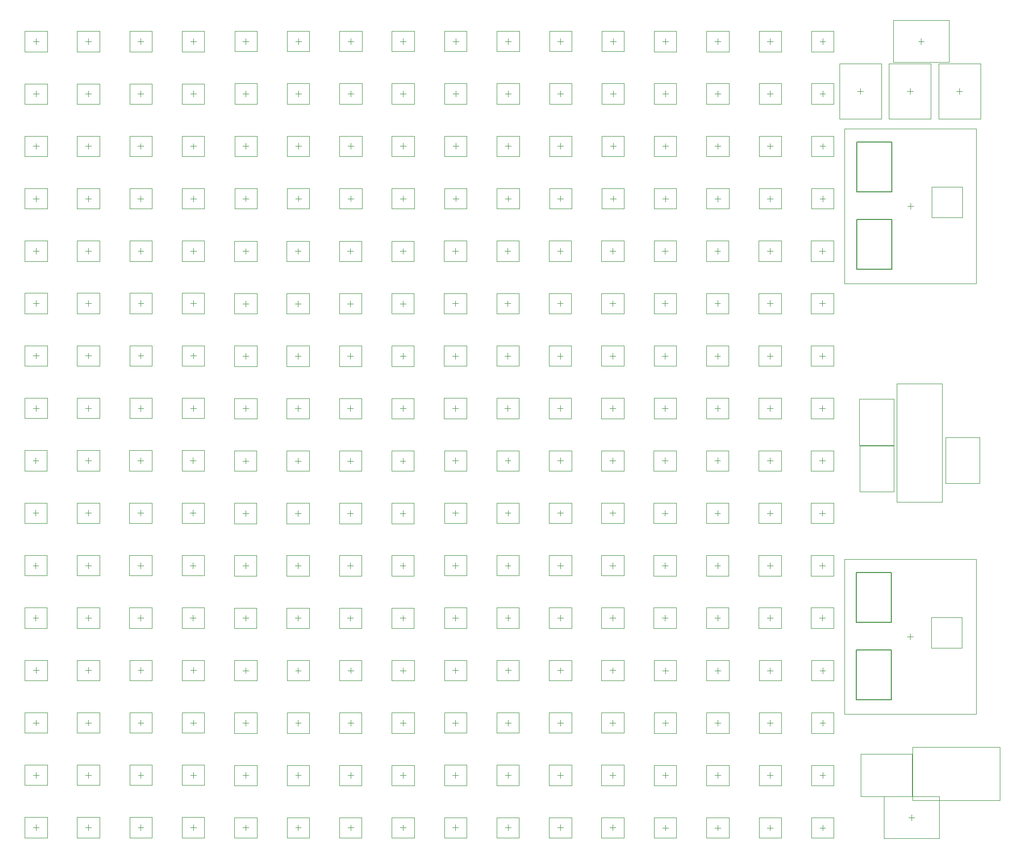
<source format=gbr>
G04*
G04 #@! TF.GenerationSoftware,Altium Limited,Altium Designer,25.0.2 (28)*
G04*
G04 Layer_Color=32768*
%FSLAX25Y25*%
%MOIN*%
G70*
G04*
G04 #@! TF.SameCoordinates,7C83500D-BFB9-469C-A41D-0C693C3E1856*
G04*
G04*
G04 #@! TF.FilePolarity,Positive*
G04*
G01*
G75*
%ADD12C,0.00394*%
%ADD15C,0.00787*%
%ADD103C,0.00197*%
D12*
X643801Y302802D02*
Y333905D01*
X620573Y333905D02*
X643801Y333905D01*
X620573Y302802D02*
Y333905D01*
Y302802D02*
X643801D01*
X643605Y334397D02*
Y365499D01*
X620376Y365499D02*
X643605Y365499D01*
X620376Y334397D02*
Y365499D01*
Y334397D02*
X643605D01*
X678546Y308511D02*
Y339613D01*
Y308511D02*
X701774D01*
Y339613D01*
X678546D02*
X701774D01*
X487299Y182022D02*
X491236D01*
X489268Y180054D02*
Y183991D01*
X487299Y146589D02*
X491236D01*
X489268Y144621D02*
Y148558D01*
X487299Y111156D02*
X491236D01*
X489268Y109188D02*
Y113125D01*
X487299Y75723D02*
X491236D01*
X489268Y73755D02*
Y77692D01*
X522733Y75723D02*
X526670D01*
X524701Y73755D02*
Y77692D01*
X522733Y146589D02*
X526670D01*
X524701Y144621D02*
Y148558D01*
X522733Y111156D02*
X526670D01*
X524701Y109188D02*
Y113125D01*
X593599Y75723D02*
X597536D01*
X595567Y73755D02*
Y77692D01*
X558166Y75723D02*
X562103D01*
X560134Y73755D02*
Y77692D01*
X558166Y111156D02*
X562103D01*
X560134Y109188D02*
Y113125D01*
X558166Y146589D02*
X562103D01*
X560134Y144621D02*
Y148558D01*
X558166Y182022D02*
X562103D01*
X560134Y180054D02*
Y183991D01*
X522733Y182022D02*
X526670D01*
X524701Y180054D02*
Y183991D01*
X593599Y146589D02*
X597536D01*
X595567Y144621D02*
Y148558D01*
X593599Y182022D02*
X597536D01*
X595567Y180054D02*
Y183991D01*
X593599Y111156D02*
X597536D01*
X595567Y109188D02*
Y113125D01*
X345515Y182082D02*
X349452D01*
X347483Y180114D02*
Y184051D01*
X345515Y146650D02*
X349452D01*
X347483Y144681D02*
Y148618D01*
X345515Y111216D02*
X349452D01*
X347483Y109248D02*
Y113185D01*
X345515Y75783D02*
X349452D01*
X347483Y73815D02*
Y77752D01*
X451814Y182082D02*
X455751D01*
X453782Y180114D02*
Y184051D01*
X451814Y75783D02*
X455751D01*
X453782Y73815D02*
Y77752D01*
X380948Y182082D02*
X384885D01*
X382916Y180114D02*
Y184051D01*
X416381Y146650D02*
X420318D01*
X418349Y144681D02*
Y148618D01*
X416381Y182082D02*
X420318D01*
X418349Y180114D02*
Y184051D01*
X380948Y146650D02*
X384885D01*
X382916Y144681D02*
Y148618D01*
X416381Y111216D02*
X420318D01*
X418349Y109248D02*
Y113185D01*
X416381Y75783D02*
X420318D01*
X418349Y73815D02*
Y77752D01*
X380948Y111216D02*
X384885D01*
X382916Y109248D02*
Y113185D01*
X380948Y75783D02*
X384885D01*
X382916Y73815D02*
Y77752D01*
X451814Y146650D02*
X455751D01*
X453782Y144681D02*
Y148618D01*
X451814Y111216D02*
X455751D01*
X453782Y109248D02*
Y113185D01*
X239219Y182050D02*
X243156D01*
X241188Y180082D02*
Y184019D01*
X203786Y182050D02*
X207723D01*
X205755Y180082D02*
Y184019D01*
X274652Y182050D02*
X278589D01*
X276621Y180082D02*
Y184019D01*
X274652Y146617D02*
X278589D01*
X276621Y144649D02*
Y148585D01*
X274652Y111184D02*
X278589D01*
X276621Y109215D02*
Y113152D01*
X310085Y111184D02*
X314022D01*
X312054Y109215D02*
Y113152D01*
X310085Y75751D02*
X314022D01*
X312054Y73782D02*
Y77719D01*
X274652Y75751D02*
X278589D01*
X276621Y73782D02*
Y77719D01*
X310085Y182050D02*
X314022D01*
X312054Y180082D02*
Y184019D01*
X310085Y146617D02*
X314022D01*
X312054Y144649D02*
Y148585D01*
X239219Y146617D02*
X243156D01*
X241188Y144649D02*
Y148585D01*
X239219Y75751D02*
X243156D01*
X241188Y73782D02*
Y77719D01*
X239219Y111184D02*
X243156D01*
X241188Y109215D02*
Y113152D01*
X203786Y75751D02*
X207723D01*
X205755Y73782D02*
Y77719D01*
X203786Y146617D02*
X207723D01*
X205755Y144649D02*
Y148585D01*
X203786Y111184D02*
X207723D01*
X205755Y109215D02*
Y113152D01*
X168327Y75870D02*
X172264D01*
X170295Y73902D02*
Y77839D01*
X168327Y146737D02*
X172264D01*
X170295Y144768D02*
Y148705D01*
X168327Y182170D02*
X172264D01*
X170295Y180201D02*
Y184138D01*
X168327Y111303D02*
X172264D01*
X170295Y109335D02*
Y113272D01*
X132894Y75870D02*
X136831D01*
X134862Y73902D02*
Y77839D01*
X132894Y111303D02*
X136831D01*
X134862Y109335D02*
Y113272D01*
X62027Y111303D02*
X65964D01*
X63996Y109335D02*
Y113272D01*
X97461Y182170D02*
X101398D01*
X99429Y180201D02*
Y184138D01*
X62027Y146737D02*
X65964D01*
X63996Y144768D02*
Y148705D01*
X97461Y146737D02*
X101398D01*
X99429Y144768D02*
Y148705D01*
X132894Y146737D02*
X136831D01*
X134862Y144768D02*
Y148705D01*
X132894Y182170D02*
X136831D01*
X134862Y180201D02*
Y184138D01*
X97461Y111303D02*
X101398D01*
X99429Y109335D02*
Y113272D01*
X97461Y75870D02*
X101398D01*
X99429Y73902D02*
Y77839D01*
X62027Y75870D02*
X65964D01*
X63996Y73902D02*
Y77839D01*
X62027Y182170D02*
X65964D01*
X63996Y180201D02*
Y184138D01*
X487150Y323821D02*
X491087D01*
X489118Y321852D02*
Y325789D01*
X487150Y288388D02*
X491087D01*
X489118Y286419D02*
Y290356D01*
X522583Y323821D02*
X526520D01*
X524551Y321852D02*
Y325789D01*
X522583Y288388D02*
X526520D01*
X524551Y286419D02*
Y290356D01*
X558016Y288388D02*
X561953D01*
X559984Y286419D02*
Y290356D01*
X558016Y323821D02*
X561953D01*
X559984Y321852D02*
Y325789D01*
X593449Y323821D02*
X597386D01*
X595417Y321852D02*
Y325789D01*
X593449Y288388D02*
X597386D01*
X595417Y286419D02*
Y290356D01*
X558016Y252955D02*
X561953D01*
X559984Y250986D02*
Y254923D01*
X522583Y252955D02*
X526520D01*
X524551Y250986D02*
Y254923D01*
X593449Y252955D02*
X597386D01*
X595417Y250986D02*
Y254923D01*
X593449Y217522D02*
X597386D01*
X595417Y215553D02*
Y219490D01*
X558016Y217522D02*
X561953D01*
X559984Y215553D02*
Y219490D01*
X522583Y217522D02*
X526520D01*
X524551Y215553D02*
Y219490D01*
X487150Y217522D02*
X491087D01*
X489118Y215553D02*
Y219490D01*
X487150Y252955D02*
X491087D01*
X489118Y250986D02*
Y254923D01*
X345493Y217546D02*
X349430D01*
X347462Y215577D02*
Y219514D01*
X345493Y252979D02*
X349430D01*
X347462Y251010D02*
Y254947D01*
X345493Y323845D02*
X349430D01*
X347462Y321876D02*
Y325813D01*
X345493Y288412D02*
X349430D01*
X347462Y286443D02*
Y290380D01*
X380926Y323845D02*
X384863D01*
X382895Y321876D02*
Y325813D01*
X380926Y288412D02*
X384863D01*
X382895Y286443D02*
Y290380D01*
X380926Y217546D02*
X384863D01*
X382895Y215577D02*
Y219514D01*
X380926Y252979D02*
X384863D01*
X382895Y251010D02*
Y254947D01*
X416359Y217546D02*
X420296D01*
X418328Y215577D02*
Y219514D01*
X416359Y323845D02*
X420296D01*
X418328Y321876D02*
Y325813D01*
X416359Y288412D02*
X420296D01*
X418328Y286443D02*
Y290380D01*
X416359Y252979D02*
X420296D01*
X418328Y251010D02*
Y254947D01*
X451792Y323845D02*
X455729D01*
X453761Y321876D02*
Y325813D01*
X451792Y288412D02*
X455729D01*
X453761Y286443D02*
Y290380D01*
X451792Y217546D02*
X455729D01*
X453761Y215577D02*
Y219514D01*
X451792Y252979D02*
X455729D01*
X453761Y251010D02*
Y254947D01*
X203638Y217429D02*
X207575D01*
X205606Y215461D02*
Y219398D01*
X203638Y288295D02*
X207575D01*
X205606Y286327D02*
Y290264D01*
X203638Y252862D02*
X207575D01*
X205606Y250894D02*
Y254831D01*
X203638Y323728D02*
X207575D01*
X205606Y321760D02*
Y325697D01*
X239071Y217429D02*
X243008D01*
X241039Y215461D02*
Y219398D01*
X239071Y252862D02*
X243008D01*
X241039Y250894D02*
Y254831D01*
X239071Y323728D02*
X243008D01*
X241039Y321760D02*
Y325697D01*
X239071Y288295D02*
X243008D01*
X241039Y286327D02*
Y290264D01*
X274504Y323728D02*
X278441D01*
X276472Y321760D02*
Y325697D01*
X274504Y288295D02*
X278441D01*
X276472Y286327D02*
Y290264D01*
X274504Y252862D02*
X278441D01*
X276472Y250894D02*
Y254831D01*
X274504Y217429D02*
X278441D01*
X276472Y215461D02*
Y219398D01*
X309937Y217429D02*
X313874D01*
X311906Y215461D02*
Y219398D01*
X309937Y288295D02*
X313874D01*
X311906Y286327D02*
Y290264D01*
X309937Y323728D02*
X313874D01*
X311906Y321760D02*
Y325697D01*
X309937Y252862D02*
X313874D01*
X311906Y250894D02*
Y254831D01*
X97335Y323898D02*
X101272D01*
X99303Y321930D02*
Y325867D01*
X97335Y288465D02*
X101272D01*
X99303Y286496D02*
Y290434D01*
X168201Y253032D02*
X172138D01*
X170169Y251063D02*
Y255000D01*
X168201Y217599D02*
X172138D01*
X170169Y215630D02*
Y219567D01*
X61902Y323898D02*
X65839D01*
X63870Y321930D02*
Y325867D01*
X61902Y288465D02*
X65839D01*
X63870Y286496D02*
Y290434D01*
X132768Y217599D02*
X136705D01*
X134737Y215630D02*
Y219567D01*
X132768Y253032D02*
X136705D01*
X134737Y251063D02*
Y255000D01*
X132768Y288465D02*
X136705D01*
X134737Y286496D02*
Y290434D01*
X168201Y288465D02*
X172138D01*
X170169Y286496D02*
Y290434D01*
X168201Y323898D02*
X172138D01*
X170169Y321930D02*
Y325867D01*
X132768Y323898D02*
X136705D01*
X134737Y321930D02*
Y325867D01*
X61902Y253032D02*
X65839D01*
X63870Y251063D02*
Y255000D01*
X97335Y217599D02*
X101272D01*
X99303Y215630D02*
Y219567D01*
X97335Y253032D02*
X101272D01*
X99303Y251063D02*
Y255000D01*
X61902Y217599D02*
X65839D01*
X63870Y215630D02*
Y219567D01*
X522605Y430122D02*
X526542D01*
X524573Y428154D02*
Y432091D01*
X487172Y430122D02*
X491109D01*
X489140Y428154D02*
Y432091D01*
X487172Y465555D02*
X491109D01*
X489140Y463587D02*
Y467524D01*
X558038Y430122D02*
X561975D01*
X560007Y428154D02*
Y432091D01*
X593471Y430122D02*
X597408D01*
X595439Y428154D02*
Y432091D01*
X593471Y394689D02*
X597408D01*
X595439Y392720D02*
Y396657D01*
X558038Y394689D02*
X561975D01*
X560007Y392720D02*
Y396657D01*
X558038Y359256D02*
X561975D01*
X560007Y357287D02*
Y361224D01*
X593471Y359256D02*
X597408D01*
X595439Y357287D02*
Y361224D01*
X522605Y465555D02*
X526542D01*
X524573Y463587D02*
Y467524D01*
X593471Y465555D02*
X597408D01*
X595439Y463587D02*
Y467524D01*
X558038Y465555D02*
X561975D01*
X560007Y463587D02*
Y467524D01*
X487172Y394689D02*
X491109D01*
X489140Y392720D02*
Y396657D01*
X522605Y359256D02*
X526542D01*
X524573Y357287D02*
Y361224D01*
X487172Y359256D02*
X491109D01*
X489140Y357287D02*
Y361224D01*
X522605Y394689D02*
X526542D01*
X524573Y392720D02*
Y396657D01*
X345390Y465537D02*
X349327D01*
X347359Y463568D02*
Y467505D01*
X380823Y465537D02*
X384760D01*
X382792Y463568D02*
Y467505D01*
X451689Y465537D02*
X455626D01*
X453658Y463568D02*
Y467505D01*
X416256Y394671D02*
X420193D01*
X418225Y392702D02*
Y396639D01*
X345390Y430104D02*
X349327D01*
X347359Y428135D02*
Y432072D01*
X380823Y394671D02*
X384760D01*
X382792Y392702D02*
Y396639D01*
X451689Y430104D02*
X455626D01*
X453658Y428135D02*
Y432072D01*
X451689Y394671D02*
X455626D01*
X453658Y392702D02*
Y396639D01*
X451689Y359238D02*
X455626D01*
X453658Y357269D02*
Y361206D01*
X416256Y359238D02*
X420193D01*
X418225Y357269D02*
Y361206D01*
X380823Y359238D02*
X384760D01*
X382792Y357269D02*
Y361206D01*
X416256Y430104D02*
X420193D01*
X418225Y428135D02*
Y432072D01*
X416256Y465537D02*
X420193D01*
X418225Y463568D02*
Y467505D01*
X380823Y430104D02*
X384760D01*
X382792Y428135D02*
Y432072D01*
X345390Y359238D02*
X349327D01*
X347359Y357269D02*
Y361206D01*
X345390Y394671D02*
X349327D01*
X347359Y392702D02*
Y396639D01*
X203675Y394548D02*
X207612D01*
X205643Y392579D02*
Y396516D01*
X203675Y465414D02*
X207612D01*
X205643Y463445D02*
Y467382D01*
X203675Y429981D02*
X207612D01*
X205643Y428012D02*
Y431949D01*
X203675Y359115D02*
X207612D01*
X205643Y357146D02*
Y361083D01*
X239108Y394548D02*
X243045D01*
X241076Y392579D02*
Y396516D01*
X239108Y465414D02*
X243045D01*
X241076Y463445D02*
Y467382D01*
X239108Y429981D02*
X243045D01*
X241076Y428012D02*
Y431949D01*
X309974Y465414D02*
X313911D01*
X311943Y463445D02*
Y467382D01*
X309974Y429981D02*
X313911D01*
X311943Y428012D02*
Y431949D01*
X274541Y465414D02*
X278478D01*
X276510Y463445D02*
Y467382D01*
X274541Y429981D02*
X278478D01*
X276510Y428012D02*
Y431949D01*
X274541Y394548D02*
X278478D01*
X276510Y392579D02*
Y396516D01*
X239108Y359115D02*
X243045D01*
X241076Y357146D02*
Y361083D01*
X274541Y359115D02*
X278478D01*
X276510Y357146D02*
Y361083D01*
X309974Y394548D02*
X313911D01*
X311943Y392579D02*
Y396516D01*
X309974Y359115D02*
X313911D01*
X311943Y357146D02*
Y361083D01*
X132897Y465630D02*
X136835D01*
X134866Y463662D02*
Y467599D01*
X132897Y430197D02*
X136835D01*
X134866Y428229D02*
Y432165D01*
X168331Y465630D02*
X172268D01*
X170299Y463662D02*
Y467599D01*
X168331Y430197D02*
X172268D01*
X170299Y428229D02*
Y432165D01*
X168331Y359331D02*
X172268D01*
X170299Y357362D02*
Y361299D01*
X168331Y394764D02*
X172268D01*
X170299Y392795D02*
Y396732D01*
X132897Y359331D02*
X136835D01*
X134866Y357362D02*
Y361299D01*
X132897Y394764D02*
X136835D01*
X134866Y392795D02*
Y396732D01*
X97464Y359331D02*
X101401D01*
X99433Y357362D02*
Y361299D01*
X97464Y394764D02*
X101401D01*
X99433Y392795D02*
Y396732D01*
X97464Y465630D02*
X101401D01*
X99433Y463662D02*
Y467599D01*
X97464Y430197D02*
X101401D01*
X99433Y428229D02*
Y432165D01*
X62031Y359331D02*
X65968D01*
X64000Y357362D02*
Y361299D01*
X62031Y465630D02*
X65968D01*
X64000Y463662D02*
Y467599D01*
X62031Y394764D02*
X65968D01*
X64000Y392795D02*
Y396732D01*
X62031Y430197D02*
X65968D01*
X64000Y428229D02*
Y432165D01*
X522728Y571851D02*
X526665D01*
X524697Y569882D02*
Y573819D01*
X558161Y607284D02*
X562098D01*
X560130Y605315D02*
Y609252D01*
X593594Y607284D02*
X597531D01*
X595563Y605315D02*
Y609252D01*
X487295Y571851D02*
X491232D01*
X489264Y569882D02*
Y573819D01*
X522728Y607284D02*
X526665D01*
X524697Y605315D02*
Y609252D01*
X487295Y607284D02*
X491232D01*
X489264Y605315D02*
Y609252D01*
X558161Y571851D02*
X562098D01*
X560130Y569882D02*
Y573819D01*
X593594Y571851D02*
X597531D01*
X595563Y569882D02*
Y573819D01*
X593594Y536418D02*
X597531D01*
X595563Y534449D02*
Y538386D01*
X558161Y536418D02*
X562098D01*
X560130Y534449D02*
Y538386D01*
X522728Y500985D02*
X526665D01*
X524697Y499016D02*
Y502953D01*
X522728Y536418D02*
X526665D01*
X524697Y534449D02*
Y538386D01*
X487295Y500985D02*
X491232D01*
X489264Y499016D02*
Y502953D01*
X487295Y536418D02*
X491232D01*
X489264Y534449D02*
Y538386D01*
X558161Y500985D02*
X562098D01*
X560130Y499016D02*
Y502953D01*
X593594Y500985D02*
X597531D01*
X595563Y499016D02*
Y502953D01*
X345660Y501061D02*
X349597D01*
X347629Y499093D02*
Y503030D01*
X416526Y607360D02*
X420463D01*
X418495Y605392D02*
Y609329D01*
X381093Y607360D02*
X385030D01*
X383062Y605392D02*
Y609329D01*
X451959Y536494D02*
X455896D01*
X453928Y534526D02*
Y538463D01*
X416526Y536494D02*
X420463D01*
X418495Y534526D02*
Y538463D01*
X451959Y501061D02*
X455896D01*
X453928Y499093D02*
Y503030D01*
X416526Y501061D02*
X420463D01*
X418495Y499093D02*
Y503030D01*
X381093Y501061D02*
X385030D01*
X383062Y499093D02*
Y503030D01*
X345660Y536494D02*
X349597D01*
X347629Y534526D02*
Y538463D01*
X345660Y607360D02*
X349597D01*
X347629Y605392D02*
Y609329D01*
X345660Y571927D02*
X349597D01*
X347629Y569959D02*
Y573896D01*
X451959Y607360D02*
X455896D01*
X453928Y605392D02*
Y609329D01*
X451959Y571927D02*
X455896D01*
X453928Y569959D02*
Y573896D01*
X416526Y571927D02*
X420463D01*
X418495Y569959D02*
Y573896D01*
X381093Y536494D02*
X385030D01*
X383062Y534526D02*
Y538463D01*
X381093Y571927D02*
X385030D01*
X383062Y569959D02*
Y573896D01*
X310152Y571920D02*
X314089D01*
X312121Y569951D02*
Y573888D01*
X274719Y501054D02*
X278656D01*
X276688Y499085D02*
Y503022D01*
X310152Y536487D02*
X314089D01*
X312121Y534518D02*
Y538455D01*
X310152Y501054D02*
X314089D01*
X312121Y499085D02*
Y503022D01*
X310152Y607353D02*
X314089D01*
X312121Y605384D02*
Y609321D01*
X274719Y536487D02*
X278656D01*
X276688Y534518D02*
Y538455D01*
X274719Y571920D02*
X278656D01*
X276688Y569951D02*
Y573888D01*
X274719Y607353D02*
X278656D01*
X276688Y605384D02*
Y609321D01*
X239286Y501054D02*
X243223D01*
X241255Y499085D02*
Y503022D01*
X239286Y536487D02*
X243223D01*
X241255Y534518D02*
Y538455D01*
X203853Y501054D02*
X207790D01*
X205821Y499085D02*
Y503022D01*
X239286Y607353D02*
X243223D01*
X241255Y605384D02*
Y609321D01*
X239286Y571920D02*
X243223D01*
X241255Y569951D02*
Y573888D01*
X203853Y571920D02*
X207790D01*
X205821Y569951D02*
Y573888D01*
X203853Y536487D02*
X207790D01*
X205821Y534518D02*
Y538455D01*
X203853Y607353D02*
X207790D01*
X205821Y605384D02*
Y609321D01*
X134843Y534449D02*
Y538386D01*
X132874Y536417D02*
X136811D01*
X63976Y605315D02*
Y609252D01*
X62008Y607283D02*
X65945D01*
X63976Y569882D02*
Y573819D01*
X62008Y571850D02*
X65945D01*
X168307D02*
X172244D01*
X170276Y569882D02*
Y573819D01*
X97441Y607283D02*
X101378D01*
X99410Y605315D02*
Y609252D01*
X97441Y571850D02*
X101378D01*
X99410Y569882D02*
Y573819D01*
X132874Y571850D02*
X136811D01*
X134843Y569882D02*
Y573819D01*
X168307Y607283D02*
X172244D01*
X170276Y605315D02*
Y609252D01*
X132874Y607283D02*
X136811D01*
X134843Y605315D02*
Y609252D01*
X97441Y500984D02*
X101378D01*
X99410Y499016D02*
Y502953D01*
X62008Y500984D02*
X65945D01*
X63976Y499016D02*
Y502953D01*
X97441Y536417D02*
X101378D01*
X99410Y534449D02*
Y538386D01*
X62008Y536417D02*
X65945D01*
X63976Y534449D02*
Y538386D01*
X168307Y536417D02*
X172244D01*
X170276Y534449D02*
Y538386D01*
X168307Y500984D02*
X172244D01*
X170276Y499016D02*
Y502953D01*
X132874Y500984D02*
X136811D01*
X134843Y499016D02*
Y502953D01*
D15*
X618725Y505446D02*
X642347D01*
Y539189D01*
X618725D02*
X642347D01*
X618725Y505446D02*
Y539189D01*
Y453281D02*
X642347D01*
Y487024D01*
X618725D02*
X642347D01*
X618725Y453281D02*
Y487024D01*
X618504Y162262D02*
X642126D01*
Y196005D01*
X618504D02*
X642126D01*
X618504Y162262D02*
Y196005D01*
Y214428D02*
X642126D01*
Y248171D01*
X618504D02*
X642126D01*
X618504Y214428D02*
Y248171D01*
D103*
X645730Y295760D02*
X676518D01*
Y375799D01*
X645730D02*
X676518D01*
X645730Y295760D02*
Y375799D01*
X656102Y125591D02*
X656102Y96850D01*
X621457Y125591D02*
X656102D01*
X621457Y96850D02*
Y125591D01*
Y96850D02*
X656102Y96850D01*
X699512Y443493D02*
Y548217D01*
X610535Y443493D02*
X699512D01*
X655024Y493886D02*
Y497823D01*
X653055Y495855D02*
X656992D01*
X610535Y443493D02*
Y548217D01*
X699512D01*
X652659Y573524D02*
X656596D01*
X654628Y571556D02*
Y575493D01*
X640454Y592225D02*
X668801Y592225D01*
X640454Y554823D02*
X640454Y592225D01*
X640454Y554823D02*
X668801Y554823D01*
Y592225D01*
X662205Y605315D02*
Y609252D01*
X660236Y607283D02*
X664173D01*
X680905Y621457D02*
X680905Y593110D01*
X643504Y621457D02*
X680905D01*
X643504Y593110D02*
X643504Y621457D01*
X643504Y593110D02*
X680905D01*
X619195Y573524D02*
X623132D01*
X621163Y571556D02*
Y575493D01*
X606990Y592225D02*
X635336Y592225D01*
X606990Y554823D02*
Y592225D01*
Y554823D02*
X635336Y554823D01*
X635336Y592225D02*
X635336Y554823D01*
X656302Y94114D02*
Y130295D01*
X715236D01*
Y94114D02*
Y130295D01*
X656302Y94114D02*
X715236D01*
X481689Y175133D02*
Y188912D01*
X496847Y175133D02*
Y188912D01*
X481689D02*
X496847D01*
X481689Y175133D02*
X496847D01*
X481689Y139700D02*
Y153479D01*
X496847Y139700D02*
Y153479D01*
X481689D02*
X496847D01*
X481689Y139700D02*
X496847D01*
X481689Y104267D02*
Y118046D01*
X496847Y104267D02*
Y118046D01*
X481689D02*
X496847D01*
X481689Y104267D02*
X496847D01*
X481689Y68833D02*
Y82613D01*
X496847Y68833D02*
Y82613D01*
X481689D02*
X496847D01*
X481689Y68833D02*
X496847D01*
X517122D02*
Y82613D01*
X532280Y68833D02*
Y82613D01*
X517122D02*
X532280D01*
X517122Y68833D02*
X532280D01*
X517122Y139700D02*
Y153479D01*
X532280Y139700D02*
Y153479D01*
X517122D02*
X532280D01*
X517122Y139700D02*
X532280D01*
X517122Y104267D02*
Y118046D01*
X532280Y104267D02*
Y118046D01*
X517122D02*
X532280D01*
X517122Y104267D02*
X532280D01*
X587989Y68833D02*
Y82613D01*
X603146Y68833D02*
Y82613D01*
X587989D02*
X603146D01*
X587989Y68833D02*
X603146D01*
X552555D02*
Y82613D01*
X567713Y68833D02*
Y82613D01*
X552555D02*
X567713D01*
X552555Y68833D02*
X567713D01*
X552555Y104267D02*
Y118046D01*
X567713Y104267D02*
Y118046D01*
X552555D02*
X567713D01*
X552555Y104267D02*
X567713D01*
X552555Y139700D02*
Y153479D01*
X567713Y139700D02*
Y153479D01*
X552555D02*
X567713D01*
X552555Y139700D02*
X567713D01*
X552555Y175133D02*
Y188912D01*
X567713Y175133D02*
Y188912D01*
X552555D02*
X567713D01*
X552555Y175133D02*
X567713D01*
X517122D02*
Y188912D01*
X532280Y175133D02*
Y188912D01*
X517122D02*
X532280D01*
X517122Y175133D02*
X532280D01*
X587989Y139700D02*
Y153479D01*
X603146Y139700D02*
Y153479D01*
X587989D02*
X603146D01*
X587989Y139700D02*
X603146D01*
X587989Y175133D02*
Y188912D01*
X603146Y175133D02*
Y188912D01*
X587989D02*
X603146D01*
X587989Y175133D02*
X603146D01*
X587989Y104267D02*
Y118046D01*
X603146Y104267D02*
Y118046D01*
X587989D02*
X603146D01*
X587989Y104267D02*
X603146D01*
X339904Y175193D02*
Y188972D01*
X355062Y175193D02*
Y188972D01*
X339904D02*
X355062D01*
X339904Y175193D02*
X355062D01*
X339904Y139760D02*
Y153539D01*
X355062Y139760D02*
Y153539D01*
X339904D02*
X355062D01*
X339904Y139760D02*
X355062D01*
X339904Y104327D02*
Y118106D01*
X355062Y104327D02*
Y118106D01*
X339904D02*
X355062D01*
X339904Y104327D02*
X355062D01*
X339904Y68894D02*
Y82673D01*
X355062Y68894D02*
Y82673D01*
X339904D02*
X355062D01*
X339904Y68894D02*
X355062D01*
X446204Y175193D02*
Y188972D01*
X461361Y175193D02*
Y188972D01*
X446204D02*
X461361D01*
X446204Y175193D02*
X461361D01*
X446204Y68894D02*
Y82673D01*
X461361Y68894D02*
Y82673D01*
X446204D02*
X461361D01*
X446204Y68894D02*
X461361D01*
X375338Y175193D02*
Y188972D01*
X390495Y175193D02*
Y188972D01*
X375338D02*
X390495D01*
X375338Y175193D02*
X390495D01*
X410771Y139760D02*
Y153539D01*
X425928Y139760D02*
Y153539D01*
X410771D02*
X425928D01*
X410771Y139760D02*
X425928D01*
X410771Y175193D02*
Y188972D01*
X425928Y175193D02*
Y188972D01*
X410771D02*
X425928D01*
X410771Y175193D02*
X425928D01*
X375338Y139760D02*
Y153539D01*
X390495Y139760D02*
Y153539D01*
X375338D02*
X390495D01*
X375338Y139760D02*
X390495D01*
X410771Y104327D02*
Y118106D01*
X425928Y104327D02*
Y118106D01*
X410771D02*
X425928D01*
X410771Y104327D02*
X425928D01*
X410771Y68894D02*
Y82673D01*
X425928Y68894D02*
Y82673D01*
X410771D02*
X425928D01*
X410771Y68894D02*
X425928D01*
X375338Y104327D02*
Y118106D01*
X390495Y104327D02*
Y118106D01*
X375338D02*
X390495D01*
X375338Y104327D02*
X390495D01*
X375338Y68894D02*
Y82673D01*
X390495Y68894D02*
Y82673D01*
X375338D02*
X390495D01*
X375338Y68894D02*
X390495D01*
X446204Y139760D02*
Y153539D01*
X461361Y139760D02*
Y153539D01*
X446204D02*
X461361D01*
X446204Y139760D02*
X461361D01*
X446204Y104327D02*
Y118106D01*
X461361Y104327D02*
Y118106D01*
X446204D02*
X461361D01*
X446204Y104327D02*
X461361D01*
X233609Y175160D02*
Y188940D01*
X248766Y175160D02*
Y188940D01*
X233609D02*
X248766D01*
X233609Y175160D02*
X248766D01*
X198176D02*
Y188940D01*
X213333Y175160D02*
Y188940D01*
X198176D02*
X213333D01*
X198176Y175160D02*
X213333D01*
X269042D02*
Y188940D01*
X284200Y175160D02*
Y188940D01*
X269042D02*
X284200D01*
X269042Y175160D02*
X284200D01*
X269042Y139727D02*
Y153507D01*
X284200Y139727D02*
Y153507D01*
X269042D02*
X284200D01*
X269042Y139727D02*
X284200D01*
X269042Y104294D02*
Y118074D01*
X284200Y104294D02*
Y118074D01*
X269042D02*
X284200D01*
X269042Y104294D02*
X284200D01*
X304475D02*
Y118074D01*
X319633Y104294D02*
Y118074D01*
X304475D02*
X319633D01*
X304475Y104294D02*
X319633D01*
X304475Y68861D02*
Y82641D01*
X319633Y68861D02*
Y82641D01*
X304475D02*
X319633D01*
X304475Y68861D02*
X319633D01*
X269042D02*
Y82641D01*
X284200Y68861D02*
Y82641D01*
X269042D02*
X284200D01*
X269042Y68861D02*
X284200D01*
X304475Y175160D02*
Y188940D01*
X319633Y175160D02*
Y188940D01*
X304475D02*
X319633D01*
X304475Y175160D02*
X319633D01*
X304475Y139727D02*
Y153507D01*
X319633Y139727D02*
Y153507D01*
X304475D02*
X319633D01*
X304475Y139727D02*
X319633D01*
X233609D02*
Y153507D01*
X248766Y139727D02*
Y153507D01*
X233609D02*
X248766D01*
X233609Y139727D02*
X248766D01*
X233609Y68861D02*
Y82641D01*
X248766Y68861D02*
Y82641D01*
X233609D02*
X248766D01*
X233609Y68861D02*
X248766D01*
X233609Y104294D02*
Y118074D01*
X248766Y104294D02*
Y118074D01*
X233609D02*
X248766D01*
X233609Y104294D02*
X248766D01*
X198176Y68861D02*
Y82641D01*
X213333Y68861D02*
Y82641D01*
X198176D02*
X213333D01*
X198176Y68861D02*
X213333D01*
X198176Y139727D02*
Y153507D01*
X213333Y139727D02*
Y153507D01*
X198176D02*
X213333D01*
X198176Y139727D02*
X213333D01*
X198176Y104294D02*
Y118074D01*
X213333Y104294D02*
Y118074D01*
X198176D02*
X213333D01*
X198176Y104294D02*
X213333D01*
X162716Y68981D02*
Y82760D01*
X177874Y68981D02*
Y82760D01*
X162716D02*
X177874D01*
X162716Y68981D02*
X177874D01*
X162716Y139847D02*
Y153626D01*
X177874Y139847D02*
Y153626D01*
X162716D02*
X177874D01*
X162716Y139847D02*
X177874D01*
X162716Y175280D02*
Y189059D01*
X177874Y175280D02*
Y189059D01*
X162716D02*
X177874D01*
X162716Y175280D02*
X177874D01*
X162716Y104414D02*
Y118193D01*
X177874Y104414D02*
Y118193D01*
X162716D02*
X177874D01*
X162716Y104414D02*
X177874D01*
X127283Y68981D02*
Y82760D01*
X142441Y68981D02*
Y82760D01*
X127283D02*
X142441D01*
X127283Y68981D02*
X142441D01*
X127283Y104414D02*
Y118193D01*
X142441Y104414D02*
Y118193D01*
X127283D02*
X142441D01*
X127283Y104414D02*
X142441D01*
X56417D02*
Y118193D01*
X71575Y104414D02*
Y118193D01*
X56417D02*
X71575D01*
X56417Y104414D02*
X71575D01*
X91850Y175280D02*
Y189059D01*
X107008Y175280D02*
Y189059D01*
X91850D02*
X107008D01*
X91850Y175280D02*
X107008D01*
X56417Y139847D02*
Y153626D01*
X71575Y139847D02*
Y153626D01*
X56417D02*
X71575D01*
X56417Y139847D02*
X71575D01*
X91850D02*
Y153626D01*
X107008Y139847D02*
Y153626D01*
X91850D02*
X107008D01*
X91850Y139847D02*
X107008D01*
X127283D02*
Y153626D01*
X142441Y139847D02*
Y153626D01*
X127283D02*
X142441D01*
X127283Y139847D02*
X142441D01*
X127283Y175280D02*
Y189059D01*
X142441Y175280D02*
Y189059D01*
X127283D02*
X142441D01*
X127283Y175280D02*
X142441D01*
X91850Y104414D02*
Y118193D01*
X107008Y104414D02*
Y118193D01*
X91850D02*
X107008D01*
X91850Y104414D02*
X107008D01*
X91850Y68981D02*
Y82760D01*
X107008Y68981D02*
Y82760D01*
X91850D02*
X107008D01*
X91850Y68981D02*
X107008D01*
X56417D02*
Y82760D01*
X71575Y68981D02*
Y82760D01*
X56417D02*
X71575D01*
X56417Y68981D02*
X71575D01*
X56417Y175280D02*
Y189059D01*
X71575Y175280D02*
Y189059D01*
X56417D02*
X71575D01*
X56417Y175280D02*
X71575D01*
X481539Y316931D02*
Y330711D01*
X496697Y316931D02*
Y330711D01*
X481539D02*
X496697D01*
X481539Y316931D02*
X496697D01*
X481539Y281498D02*
Y295278D01*
X496697Y281498D02*
Y295278D01*
X481539D02*
X496697D01*
X481539Y281498D02*
X496697D01*
X516972Y316931D02*
Y330711D01*
X532130Y316931D02*
Y330711D01*
X516972D02*
X532130D01*
X516972Y316931D02*
X532130D01*
X516972Y281498D02*
Y295278D01*
X532130Y281498D02*
Y295278D01*
X516972D02*
X532130D01*
X516972Y281498D02*
X532130D01*
X552406D02*
Y295278D01*
X567563Y281498D02*
Y295278D01*
X552406D02*
X567563D01*
X552406Y281498D02*
X567563D01*
X552406Y316931D02*
Y330711D01*
X567563Y316931D02*
Y330711D01*
X552406D02*
X567563D01*
X552406Y316931D02*
X567563D01*
X587839D02*
Y330711D01*
X602996Y316931D02*
Y330711D01*
X587839D02*
X602996D01*
X587839Y316931D02*
X602996D01*
X587839Y281498D02*
Y295278D01*
X602996Y281498D02*
Y295278D01*
X587839D02*
X602996D01*
X587839Y281498D02*
X602996D01*
X552406Y246065D02*
Y259845D01*
X567563Y246065D02*
Y259845D01*
X552406D02*
X567563D01*
X552406Y246065D02*
X567563D01*
X516972D02*
Y259845D01*
X532130Y246065D02*
Y259845D01*
X516972D02*
X532130D01*
X516972Y246065D02*
X532130D01*
X587839D02*
Y259845D01*
X602996Y246065D02*
Y259845D01*
X587839D02*
X602996D01*
X587839Y246065D02*
X602996D01*
X587839Y210632D02*
Y224412D01*
X602996Y210632D02*
Y224412D01*
X587839D02*
X602996D01*
X587839Y210632D02*
X602996D01*
X552406D02*
Y224412D01*
X567563Y210632D02*
Y224412D01*
X552406D02*
X567563D01*
X552406Y210632D02*
X567563D01*
X516972D02*
Y224412D01*
X532130Y210632D02*
Y224412D01*
X516972D02*
X532130D01*
X516972Y210632D02*
X532130D01*
X481539D02*
Y224412D01*
X496697Y210632D02*
Y224412D01*
X481539D02*
X496697D01*
X481539Y210632D02*
X496697D01*
X481539Y246065D02*
Y259845D01*
X496697Y246065D02*
Y259845D01*
X481539D02*
X496697D01*
X481539Y246065D02*
X496697D01*
X339883Y210656D02*
Y224435D01*
X355040Y210656D02*
Y224435D01*
X339883D02*
X355040D01*
X339883Y210656D02*
X355040D01*
X339883Y246089D02*
Y259869D01*
X355040Y246089D02*
Y259869D01*
X339883D02*
X355040D01*
X339883Y246089D02*
X355040D01*
X339883Y316955D02*
Y330735D01*
X355040Y316955D02*
Y330735D01*
X339883D02*
X355040D01*
X339883Y316955D02*
X355040D01*
X339883Y281522D02*
Y295302D01*
X355040Y281522D02*
Y295302D01*
X339883D02*
X355040D01*
X339883Y281522D02*
X355040D01*
X375316Y316955D02*
Y330735D01*
X390474Y316955D02*
Y330735D01*
X375316D02*
X390474D01*
X375316Y316955D02*
X390474D01*
X375316Y281522D02*
Y295302D01*
X390474Y281522D02*
Y295302D01*
X375316D02*
X390474D01*
X375316Y281522D02*
X390474D01*
X375316Y210656D02*
Y224435D01*
X390474Y210656D02*
Y224435D01*
X375316D02*
X390474D01*
X375316Y210656D02*
X390474D01*
X375316Y246089D02*
Y259869D01*
X390474Y246089D02*
Y259869D01*
X375316D02*
X390474D01*
X375316Y246089D02*
X390474D01*
X410749Y210656D02*
Y224435D01*
X425907Y210656D02*
Y224435D01*
X410749D02*
X425907D01*
X410749Y210656D02*
X425907D01*
X410749Y316955D02*
Y330735D01*
X425907Y316955D02*
Y330735D01*
X410749D02*
X425907D01*
X410749Y316955D02*
X425907D01*
X410749Y281522D02*
Y295302D01*
X425907Y281522D02*
Y295302D01*
X410749D02*
X425907D01*
X410749Y281522D02*
X425907D01*
X410749Y246089D02*
Y259869D01*
X425907Y246089D02*
Y259869D01*
X410749D02*
X425907D01*
X410749Y246089D02*
X425907D01*
X446182Y316955D02*
Y330735D01*
X461340Y316955D02*
Y330735D01*
X446182D02*
X461340D01*
X446182Y316955D02*
X461340D01*
X446182Y281522D02*
Y295302D01*
X461340Y281522D02*
Y295302D01*
X446182D02*
X461340D01*
X446182Y281522D02*
X461340D01*
X446182Y210656D02*
Y224435D01*
X461340Y210656D02*
Y224435D01*
X446182D02*
X461340D01*
X446182Y210656D02*
X461340D01*
X446182Y246089D02*
Y259869D01*
X461340Y246089D02*
Y259869D01*
X446182D02*
X461340D01*
X446182Y246089D02*
X461340D01*
X198028Y210540D02*
Y224319D01*
X213185Y210540D02*
Y224319D01*
X198028D02*
X213185D01*
X198028Y210540D02*
X213185D01*
X198028Y281406D02*
Y295185D01*
X213185Y281406D02*
Y295185D01*
X198028D02*
X213185D01*
X198028Y281406D02*
X213185D01*
X198028Y245973D02*
Y259752D01*
X213185Y245973D02*
Y259752D01*
X198028D02*
X213185D01*
X198028Y245973D02*
X213185D01*
X198028Y316839D02*
Y330618D01*
X213185Y316839D02*
Y330618D01*
X198028D02*
X213185D01*
X198028Y316839D02*
X213185D01*
X233461Y210540D02*
Y224319D01*
X248618Y210540D02*
Y224319D01*
X233461D02*
X248618D01*
X233461Y210540D02*
X248618D01*
X233461Y245973D02*
Y259752D01*
X248618Y245973D02*
Y259752D01*
X233461D02*
X248618D01*
X233461Y245973D02*
X248618D01*
X233461Y316839D02*
Y330618D01*
X248618Y316839D02*
Y330618D01*
X233461D02*
X248618D01*
X233461Y316839D02*
X248618D01*
X233461Y281406D02*
Y295185D01*
X248618Y281406D02*
Y295185D01*
X233461D02*
X248618D01*
X233461Y281406D02*
X248618D01*
X268894Y316839D02*
Y330618D01*
X284051Y316839D02*
Y330618D01*
X268894D02*
X284051D01*
X268894Y316839D02*
X284051D01*
X268894Y281406D02*
Y295185D01*
X284051Y281406D02*
Y295185D01*
X268894D02*
X284051D01*
X268894Y281406D02*
X284051D01*
X268894Y245973D02*
Y259752D01*
X284051Y245973D02*
Y259752D01*
X268894D02*
X284051D01*
X268894Y245973D02*
X284051D01*
X268894Y210540D02*
Y224319D01*
X284051Y210540D02*
Y224319D01*
X268894D02*
X284051D01*
X268894Y210540D02*
X284051D01*
X304327D02*
Y224319D01*
X319484Y210540D02*
Y224319D01*
X304327D02*
X319484D01*
X304327Y210540D02*
X319484D01*
X304327Y281406D02*
Y295185D01*
X319484Y281406D02*
Y295185D01*
X304327D02*
X319484D01*
X304327Y281406D02*
X319484D01*
X304327Y316839D02*
Y330618D01*
X319484Y316839D02*
Y330618D01*
X304327D02*
X319484D01*
X304327Y316839D02*
X319484D01*
X304327Y245973D02*
Y259752D01*
X319484Y245973D02*
Y259752D01*
X304327D02*
X319484D01*
X304327Y245973D02*
X319484D01*
X91725Y317008D02*
Y330788D01*
X106882Y317008D02*
Y330788D01*
X91725D02*
X106882D01*
X91725Y317008D02*
X106882D01*
X91725Y281575D02*
Y295355D01*
X106882Y281575D02*
Y295355D01*
X91725D02*
X106882D01*
X91725Y281575D02*
X106882D01*
X162591Y246142D02*
Y259922D01*
X177748Y246142D02*
Y259922D01*
X162591D02*
X177748D01*
X162591Y246142D02*
X177748D01*
X162591Y210709D02*
Y224489D01*
X177748Y210709D02*
Y224489D01*
X162591D02*
X177748D01*
X162591Y210709D02*
X177748D01*
X56292Y317008D02*
Y330788D01*
X71449Y317008D02*
Y330788D01*
X56292D02*
X71449D01*
X56292Y317008D02*
X71449D01*
X56292Y281575D02*
Y295355D01*
X71449Y281575D02*
Y295355D01*
X56292D02*
X71449D01*
X56292Y281575D02*
X71449D01*
X127158Y210709D02*
Y224489D01*
X142315Y210709D02*
Y224489D01*
X127158D02*
X142315D01*
X127158Y210709D02*
X142315D01*
X127158Y246142D02*
Y259922D01*
X142315Y246142D02*
Y259922D01*
X127158D02*
X142315D01*
X127158Y246142D02*
X142315D01*
X127158Y281575D02*
Y295355D01*
X142315Y281575D02*
Y295355D01*
X127158D02*
X142315D01*
X127158Y281575D02*
X142315D01*
X162591D02*
Y295355D01*
X177748Y281575D02*
Y295355D01*
X162591D02*
X177748D01*
X162591Y281575D02*
X177748D01*
X162591Y317008D02*
Y330788D01*
X177748Y317008D02*
Y330788D01*
X162591D02*
X177748D01*
X162591Y317008D02*
X177748D01*
X127158D02*
Y330788D01*
X142315Y317008D02*
Y330788D01*
X127158D02*
X142315D01*
X127158Y317008D02*
X142315D01*
X56292Y246142D02*
Y259922D01*
X71449Y246142D02*
Y259922D01*
X56292D02*
X71449D01*
X56292Y246142D02*
X71449D01*
X91725Y210709D02*
Y224489D01*
X106882Y210709D02*
Y224489D01*
X91725D02*
X106882D01*
X91725Y210709D02*
X106882D01*
X91725Y246142D02*
Y259922D01*
X106882Y246142D02*
Y259922D01*
X91725D02*
X106882D01*
X91725Y246142D02*
X106882D01*
X56292Y210709D02*
Y224489D01*
X71449Y210709D02*
Y224489D01*
X56292D02*
X71449D01*
X56292Y210709D02*
X71449D01*
X516995Y423232D02*
Y437012D01*
X532152Y423232D02*
Y437012D01*
X516995D02*
X532152D01*
X516995Y423232D02*
X532152D01*
X481562D02*
Y437012D01*
X496719Y423232D02*
Y437012D01*
X481562D02*
X496719D01*
X481562Y423232D02*
X496719D01*
X481562Y458665D02*
Y472445D01*
X496719Y458665D02*
Y472445D01*
X481562D02*
X496719D01*
X481562Y458665D02*
X496719D01*
X552428Y423232D02*
Y437012D01*
X567585Y423232D02*
Y437012D01*
X552428D02*
X567585D01*
X552428Y423232D02*
X567585D01*
X587861D02*
Y437012D01*
X603018Y423232D02*
Y437012D01*
X587861D02*
X603018D01*
X587861Y423232D02*
X603018D01*
X587861Y387799D02*
Y401579D01*
X603018Y387799D02*
Y401579D01*
X587861D02*
X603018D01*
X587861Y387799D02*
X603018D01*
X552428D02*
Y401579D01*
X567585Y387799D02*
Y401579D01*
X552428D02*
X567585D01*
X552428Y387799D02*
X567585D01*
X552428Y352366D02*
Y366146D01*
X567585Y352366D02*
Y366146D01*
X552428D02*
X567585D01*
X552428Y352366D02*
X567585D01*
X587861D02*
Y366146D01*
X603018Y352366D02*
Y366146D01*
X587861D02*
X603018D01*
X587861Y352366D02*
X603018D01*
X516995Y458665D02*
Y472445D01*
X532152Y458665D02*
Y472445D01*
X516995D02*
X532152D01*
X516995Y458665D02*
X532152D01*
X587861D02*
Y472445D01*
X603018Y458665D02*
Y472445D01*
X587861D02*
X603018D01*
X587861Y458665D02*
X603018D01*
X552428D02*
Y472445D01*
X567585Y458665D02*
Y472445D01*
X552428D02*
X567585D01*
X552428Y458665D02*
X567585D01*
X481562Y387799D02*
Y401579D01*
X496719Y387799D02*
Y401579D01*
X481562D02*
X496719D01*
X481562Y387799D02*
X496719D01*
X516995Y352366D02*
Y366146D01*
X532152Y352366D02*
Y366146D01*
X516995D02*
X532152D01*
X516995Y352366D02*
X532152D01*
X481562D02*
Y366146D01*
X496719Y352366D02*
Y366146D01*
X481562D02*
X496719D01*
X481562Y352366D02*
X496719D01*
X516995Y387799D02*
Y401579D01*
X532152Y387799D02*
Y401579D01*
X516995D02*
X532152D01*
X516995Y387799D02*
X532152D01*
X339780Y458647D02*
Y472427D01*
X354937Y458647D02*
Y472427D01*
X339780D02*
X354937D01*
X339780Y458647D02*
X354937D01*
X375213D02*
Y472427D01*
X390370Y458647D02*
Y472427D01*
X375213D02*
X390370D01*
X375213Y458647D02*
X390370D01*
X446079D02*
Y472427D01*
X461237Y458647D02*
Y472427D01*
X446079D02*
X461237D01*
X446079Y458647D02*
X461237D01*
X410646Y387781D02*
Y401560D01*
X425804Y387781D02*
Y401560D01*
X410646D02*
X425804D01*
X410646Y387781D02*
X425804D01*
X339780Y423214D02*
Y436994D01*
X354937Y423214D02*
Y436994D01*
X339780D02*
X354937D01*
X339780Y423214D02*
X354937D01*
X375213Y387781D02*
Y401560D01*
X390370Y387781D02*
Y401560D01*
X375213D02*
X390370D01*
X375213Y387781D02*
X390370D01*
X446079Y423214D02*
Y436994D01*
X461237Y423214D02*
Y436994D01*
X446079D02*
X461237D01*
X446079Y423214D02*
X461237D01*
X446079Y387781D02*
Y401560D01*
X461237Y387781D02*
Y401560D01*
X446079D02*
X461237D01*
X446079Y387781D02*
X461237D01*
X446079Y352348D02*
Y366127D01*
X461237Y352348D02*
Y366127D01*
X446079D02*
X461237D01*
X446079Y352348D02*
X461237D01*
X410646D02*
Y366127D01*
X425804Y352348D02*
Y366127D01*
X410646D02*
X425804D01*
X410646Y352348D02*
X425804D01*
X375213D02*
Y366127D01*
X390370Y352348D02*
Y366127D01*
X375213D02*
X390370D01*
X375213Y352348D02*
X390370D01*
X410646Y423214D02*
Y436994D01*
X425804Y423214D02*
Y436994D01*
X410646D02*
X425804D01*
X410646Y423214D02*
X425804D01*
X410646Y458647D02*
Y472427D01*
X425804Y458647D02*
Y472427D01*
X410646D02*
X425804D01*
X410646Y458647D02*
X425804D01*
X375213Y423214D02*
Y436994D01*
X390370Y423214D02*
Y436994D01*
X375213D02*
X390370D01*
X375213Y423214D02*
X390370D01*
X339780Y352348D02*
Y366127D01*
X354937Y352348D02*
Y366127D01*
X339780D02*
X354937D01*
X339780Y352348D02*
X354937D01*
X339780Y387781D02*
Y401560D01*
X354937Y387781D02*
Y401560D01*
X339780D02*
X354937D01*
X339780Y387781D02*
X354937D01*
X198065Y387658D02*
Y401437D01*
X213222Y387658D02*
Y401437D01*
X198065D02*
X213222D01*
X198065Y387658D02*
X213222D01*
X198065Y458524D02*
Y472304D01*
X213222Y458524D02*
Y472304D01*
X198065D02*
X213222D01*
X198065Y458524D02*
X213222D01*
X198065Y423091D02*
Y436870D01*
X213222Y423091D02*
Y436870D01*
X198065D02*
X213222D01*
X198065Y423091D02*
X213222D01*
X198065Y352225D02*
Y366004D01*
X213222Y352225D02*
Y366004D01*
X198065D02*
X213222D01*
X198065Y352225D02*
X213222D01*
X233498Y387658D02*
Y401437D01*
X248655Y387658D02*
Y401437D01*
X233498D02*
X248655D01*
X233498Y387658D02*
X248655D01*
X233498Y458524D02*
Y472304D01*
X248655Y458524D02*
Y472304D01*
X233498D02*
X248655D01*
X233498Y458524D02*
X248655D01*
X233498Y423091D02*
Y436870D01*
X248655Y423091D02*
Y436870D01*
X233498D02*
X248655D01*
X233498Y423091D02*
X248655D01*
X304364Y458524D02*
Y472304D01*
X319521Y458524D02*
Y472304D01*
X304364D02*
X319521D01*
X304364Y458524D02*
X319521D01*
X304364Y423091D02*
Y436870D01*
X319521Y423091D02*
Y436870D01*
X304364D02*
X319521D01*
X304364Y423091D02*
X319521D01*
X268931Y458524D02*
Y472304D01*
X284088Y458524D02*
Y472304D01*
X268931D02*
X284088D01*
X268931Y458524D02*
X284088D01*
X268931Y423091D02*
Y436870D01*
X284088Y423091D02*
Y436870D01*
X268931D02*
X284088D01*
X268931Y423091D02*
X284088D01*
X268931Y387658D02*
Y401437D01*
X284088Y387658D02*
Y401437D01*
X268931D02*
X284088D01*
X268931Y387658D02*
X284088D01*
X233498Y352225D02*
Y366004D01*
X248655Y352225D02*
Y366004D01*
X233498D02*
X248655D01*
X233498Y352225D02*
X248655D01*
X268931D02*
Y366004D01*
X284088Y352225D02*
Y366004D01*
X268931D02*
X284088D01*
X268931Y352225D02*
X284088D01*
X304364Y387658D02*
Y401437D01*
X319521Y387658D02*
Y401437D01*
X304364D02*
X319521D01*
X304364Y387658D02*
X319521D01*
X304364Y352225D02*
Y366004D01*
X319521Y352225D02*
Y366004D01*
X304364D02*
X319521D01*
X304364Y352225D02*
X319521D01*
X127287Y458740D02*
Y472520D01*
X142445Y458740D02*
Y472520D01*
X127287D02*
X142445D01*
X127287Y458740D02*
X142445D01*
X127287Y423307D02*
Y437087D01*
X142445Y423307D02*
Y437087D01*
X127287D02*
X142445D01*
X127287Y423307D02*
X142445D01*
X162720Y458740D02*
Y472520D01*
X177878Y458740D02*
Y472520D01*
X162720D02*
X177878D01*
X162720Y458740D02*
X177878D01*
X162720Y423307D02*
Y437087D01*
X177878Y423307D02*
Y437087D01*
X162720D02*
X177878D01*
X162720Y423307D02*
X177878D01*
X162720Y352441D02*
Y366221D01*
X177878Y352441D02*
Y366221D01*
X162720D02*
X177878D01*
X162720Y352441D02*
X177878D01*
X162720Y387874D02*
Y401654D01*
X177878Y387874D02*
Y401654D01*
X162720D02*
X177878D01*
X162720Y387874D02*
X177878D01*
X127287Y352441D02*
Y366221D01*
X142445Y352441D02*
Y366221D01*
X127287D02*
X142445D01*
X127287Y352441D02*
X142445D01*
X127287Y387874D02*
Y401654D01*
X142445Y387874D02*
Y401654D01*
X127287D02*
X142445D01*
X127287Y387874D02*
X142445D01*
X91854Y352441D02*
Y366221D01*
X107012Y352441D02*
Y366221D01*
X91854D02*
X107012D01*
X91854Y352441D02*
X107012D01*
X91854Y387874D02*
Y401654D01*
X107012Y387874D02*
Y401654D01*
X91854D02*
X107012D01*
X91854Y387874D02*
X107012D01*
X91854Y458740D02*
Y472520D01*
X107012Y458740D02*
Y472520D01*
X91854D02*
X107012D01*
X91854Y458740D02*
X107012D01*
X91854Y423307D02*
Y437087D01*
X107012Y423307D02*
Y437087D01*
X91854D02*
X107012D01*
X91854Y423307D02*
X107012D01*
X56421Y352441D02*
Y366221D01*
X71579Y352441D02*
Y366221D01*
X56421D02*
X71579D01*
X56421Y352441D02*
X71579D01*
X56421Y458740D02*
Y472520D01*
X71579Y458740D02*
Y472520D01*
X56421D02*
X71579D01*
X56421Y458740D02*
X71579D01*
X56421Y387874D02*
Y401654D01*
X71579Y387874D02*
Y401654D01*
X56421D02*
X71579D01*
X56421Y387874D02*
X71579D01*
X56421Y423307D02*
Y437087D01*
X71579Y423307D02*
Y437087D01*
X56421D02*
X71579D01*
X56421Y423307D02*
X71579D01*
X517118Y564961D02*
Y578741D01*
X532275Y564961D02*
Y578741D01*
X517118D02*
X532275D01*
X517118Y564961D02*
X532275D01*
X552551Y600394D02*
Y614174D01*
X567709Y600394D02*
Y614174D01*
X552551D02*
X567709D01*
X552551Y600394D02*
X567709D01*
X587984D02*
Y614174D01*
X603142Y600394D02*
Y614174D01*
X587984D02*
X603142D01*
X587984Y600394D02*
X603142D01*
X481685Y564961D02*
Y578741D01*
X496842Y564961D02*
Y578741D01*
X481685D02*
X496842D01*
X481685Y564961D02*
X496842D01*
X517118Y600394D02*
Y614174D01*
X532275Y600394D02*
Y614174D01*
X517118D02*
X532275D01*
X517118Y600394D02*
X532275D01*
X481685D02*
Y614174D01*
X496842Y600394D02*
Y614174D01*
X481685D02*
X496842D01*
X481685Y600394D02*
X496842D01*
X552551Y564961D02*
Y578741D01*
X567709Y564961D02*
Y578741D01*
X552551D02*
X567709D01*
X552551Y564961D02*
X567709D01*
X587984D02*
Y578741D01*
X603142Y564961D02*
Y578741D01*
X587984D02*
X603142D01*
X587984Y564961D02*
X603142D01*
X587984Y529528D02*
Y543307D01*
X603142Y529528D02*
Y543307D01*
X587984D02*
X603142D01*
X587984Y529528D02*
X603142D01*
X552551D02*
Y543307D01*
X567709Y529528D02*
Y543307D01*
X552551D02*
X567709D01*
X552551Y529528D02*
X567709D01*
X517118Y494095D02*
Y507874D01*
X532275Y494095D02*
Y507874D01*
X517118D02*
X532275D01*
X517118Y494095D02*
X532275D01*
X517118Y529528D02*
Y543307D01*
X532275Y529528D02*
Y543307D01*
X517118D02*
X532275D01*
X517118Y529528D02*
X532275D01*
X481685Y494095D02*
Y507874D01*
X496842Y494095D02*
Y507874D01*
X481685D02*
X496842D01*
X481685Y494095D02*
X496842D01*
X481685Y529528D02*
Y543307D01*
X496842Y529528D02*
Y543307D01*
X481685D02*
X496842D01*
X481685Y529528D02*
X496842D01*
X552551Y494095D02*
Y507874D01*
X567709Y494095D02*
Y507874D01*
X552551D02*
X567709D01*
X552551Y494095D02*
X567709D01*
X587984D02*
Y507874D01*
X603142Y494095D02*
Y507874D01*
X587984D02*
X603142D01*
X587984Y494095D02*
X603142D01*
X340050Y494171D02*
Y507951D01*
X355207Y494171D02*
Y507951D01*
X340050D02*
X355207D01*
X340050Y494171D02*
X355207D01*
X410916Y600470D02*
Y614250D01*
X426074Y600470D02*
Y614250D01*
X410916D02*
X426074D01*
X410916Y600470D02*
X426074D01*
X375483D02*
Y614250D01*
X390640Y600470D02*
Y614250D01*
X375483D02*
X390640D01*
X375483Y600470D02*
X390640D01*
X446349Y529604D02*
Y543384D01*
X461507Y529604D02*
Y543384D01*
X446349D02*
X461507D01*
X446349Y529604D02*
X461507D01*
X410916D02*
Y543384D01*
X426074Y529604D02*
Y543384D01*
X410916D02*
X426074D01*
X410916Y529604D02*
X426074D01*
X446349Y494171D02*
Y507951D01*
X461507Y494171D02*
Y507951D01*
X446349D02*
X461507D01*
X446349Y494171D02*
X461507D01*
X410916D02*
Y507951D01*
X426074Y494171D02*
Y507951D01*
X410916D02*
X426074D01*
X410916Y494171D02*
X426074D01*
X375483D02*
Y507951D01*
X390640Y494171D02*
Y507951D01*
X375483D02*
X390640D01*
X375483Y494171D02*
X390640D01*
X340050Y529604D02*
Y543384D01*
X355207Y529604D02*
Y543384D01*
X340050D02*
X355207D01*
X340050Y529604D02*
X355207D01*
X340050Y600470D02*
Y614250D01*
X355207Y600470D02*
Y614250D01*
X340050D02*
X355207D01*
X340050Y600470D02*
X355207D01*
X340050Y565037D02*
Y578817D01*
X355207Y565037D02*
Y578817D01*
X340050D02*
X355207D01*
X340050Y565037D02*
X355207D01*
X446349Y600470D02*
Y614250D01*
X461507Y600470D02*
Y614250D01*
X446349D02*
X461507D01*
X446349Y600470D02*
X461507D01*
X446349Y565037D02*
Y578817D01*
X461507Y565037D02*
Y578817D01*
X446349D02*
X461507D01*
X446349Y565037D02*
X461507D01*
X410916D02*
Y578817D01*
X426074Y565037D02*
Y578817D01*
X410916D02*
X426074D01*
X410916Y565037D02*
X426074D01*
X375483Y529604D02*
Y543384D01*
X390640Y529604D02*
Y543384D01*
X375483D02*
X390640D01*
X375483Y529604D02*
X390640D01*
X375483Y565037D02*
Y578817D01*
X390640Y565037D02*
Y578817D01*
X375483D02*
X390640D01*
X375483Y565037D02*
X390640D01*
X304542Y565030D02*
Y578810D01*
X319700Y565030D02*
Y578810D01*
X304542D02*
X319700D01*
X304542Y565030D02*
X319700D01*
X269109Y494164D02*
Y507943D01*
X284266Y494164D02*
Y507943D01*
X269109D02*
X284266D01*
X269109Y494164D02*
X284266D01*
X304542Y529597D02*
Y543376D01*
X319700Y529597D02*
Y543376D01*
X304542D02*
X319700D01*
X304542Y529597D02*
X319700D01*
X304542Y494164D02*
Y507943D01*
X319700Y494164D02*
Y507943D01*
X304542D02*
X319700D01*
X304542Y494164D02*
X319700D01*
X304542Y600463D02*
Y614243D01*
X319700Y600463D02*
Y614243D01*
X304542D02*
X319700D01*
X304542Y600463D02*
X319700D01*
X269109Y529597D02*
Y543376D01*
X284266Y529597D02*
Y543376D01*
X269109D02*
X284266D01*
X269109Y529597D02*
X284266D01*
X269109Y565030D02*
Y578810D01*
X284266Y565030D02*
Y578810D01*
X269109D02*
X284266D01*
X269109Y565030D02*
X284266D01*
X269109Y600463D02*
Y614243D01*
X284266Y600463D02*
Y614243D01*
X269109D02*
X284266D01*
X269109Y600463D02*
X284266D01*
X233676Y494164D02*
Y507943D01*
X248833Y494164D02*
Y507943D01*
X233676D02*
X248833D01*
X233676Y494164D02*
X248833D01*
X233676Y529597D02*
Y543376D01*
X248833Y529597D02*
Y543376D01*
X233676D02*
X248833D01*
X233676Y529597D02*
X248833D01*
X198243Y494164D02*
Y507943D01*
X213400Y494164D02*
Y507943D01*
X198243D02*
X213400D01*
X198243Y494164D02*
X213400D01*
X233676Y600463D02*
Y614243D01*
X248833Y600463D02*
Y614243D01*
X233676D02*
X248833D01*
X233676Y600463D02*
X248833D01*
X233676Y565030D02*
Y578810D01*
X248833Y565030D02*
Y578810D01*
X233676D02*
X248833D01*
X233676Y565030D02*
X248833D01*
X198243D02*
Y578810D01*
X213400Y565030D02*
Y578810D01*
X198243D02*
X213400D01*
X198243Y565030D02*
X213400D01*
X198243Y529597D02*
Y543376D01*
X213400Y529597D02*
Y543376D01*
X198243D02*
X213400D01*
X198243Y529597D02*
X213400D01*
X198243Y600463D02*
Y614243D01*
X213400Y600463D02*
Y614243D01*
X198243D02*
X213400D01*
X198243Y600463D02*
X213400D01*
X127264Y529528D02*
X142421D01*
X127264Y543307D02*
X142421D01*
Y529528D02*
Y543307D01*
X127264Y529528D02*
Y543307D01*
X56398Y600394D02*
X71555D01*
X56398Y614173D02*
X71555D01*
Y600394D02*
Y614173D01*
X56398Y600394D02*
Y614173D01*
Y564961D02*
X71555D01*
X56398Y578740D02*
X71555D01*
Y564961D02*
Y578740D01*
X56398Y564961D02*
Y578740D01*
X655709Y80709D02*
Y84646D01*
X653740Y82677D02*
X657677D01*
X674409Y96850D02*
X674409Y68504D01*
X637008Y96850D02*
X674409D01*
X637008D02*
X637008Y68504D01*
X674409Y68504D01*
X699213Y152461D02*
Y257185D01*
X610236Y152461D02*
X699213D01*
X654724Y202854D02*
Y206791D01*
X652756Y204823D02*
X656693D01*
X610236Y152461D02*
Y257185D01*
X699213D01*
X690083Y488361D02*
Y509030D01*
X669414Y488361D02*
X690083D01*
X669414D02*
Y509030D01*
X690083D01*
X689862Y197343D02*
Y218012D01*
X669193Y197343D02*
X689862D01*
X669193D02*
Y218012D01*
X689862D01*
X162697Y564961D02*
Y578740D01*
X177854Y564961D02*
Y578740D01*
X162697D02*
X177854D01*
X162697Y564961D02*
X177854D01*
X91831Y600394D02*
Y614173D01*
X106988Y600394D02*
Y614173D01*
X91831D02*
X106988D01*
X91831Y600394D02*
X106988D01*
X91831Y564961D02*
Y578740D01*
X106988Y564961D02*
Y578740D01*
X91831D02*
X106988D01*
X91831Y564961D02*
X106988D01*
X127264D02*
Y578740D01*
X142421Y564961D02*
Y578740D01*
X127264D02*
X142421D01*
X127264Y564961D02*
X142421D01*
X162697Y600394D02*
Y614173D01*
X177854Y600394D02*
Y614173D01*
X162697D02*
X177854D01*
X162697Y600394D02*
X177854D01*
X127264D02*
Y614173D01*
X142421Y600394D02*
Y614173D01*
X127264D02*
X142421D01*
X127264Y600394D02*
X142421D01*
X91831Y494095D02*
Y507874D01*
X106988Y494095D02*
Y507874D01*
X91831D02*
X106988D01*
X91831Y494095D02*
X106988D01*
X56398D02*
Y507874D01*
X71555Y494095D02*
Y507874D01*
X56398Y507874D02*
X71555Y507874D01*
X56398Y494095D02*
X71555D01*
X91831Y529528D02*
Y543307D01*
X106988Y529528D02*
Y543307D01*
X91831Y543307D02*
X106988Y543307D01*
X91831Y529528D02*
X106988D01*
X56398D02*
Y543307D01*
X71555Y529528D02*
Y543307D01*
X56398D02*
X71555D01*
X56398Y529528D02*
X71555D01*
X162697D02*
Y543307D01*
X177854Y529528D02*
Y543307D01*
X162697D02*
X177854D01*
X162697Y529528D02*
X177854D01*
X162697Y494095D02*
Y507874D01*
X177854Y494095D02*
Y507874D01*
X162697D02*
X177854D01*
X162697Y494095D02*
X177854D01*
X127264D02*
Y507874D01*
X142421Y494095D02*
Y507874D01*
X127264D02*
X142421D01*
X127264Y494095D02*
X142421D01*
X702265Y592225D02*
X702265Y554823D01*
X673919Y554823D02*
X702265Y554823D01*
X673919Y554823D02*
Y592225D01*
X702265Y592225D01*
X688092Y571556D02*
Y575493D01*
X686124Y573524D02*
X690061D01*
M02*

</source>
